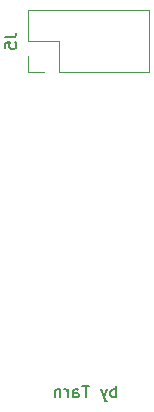
<source format=gbr>
%TF.GenerationSoftware,KiCad,Pcbnew,6.0.11+dfsg-1~bpo11+1*%
%TF.CreationDate,2024-04-18T22:27:08+09:00*%
%TF.ProjectId,pcb-interface,7063622d-696e-4746-9572-666163652e6b,rev?*%
%TF.SameCoordinates,Original*%
%TF.FileFunction,Legend,Bot*%
%TF.FilePolarity,Positive*%
%FSLAX46Y46*%
G04 Gerber Fmt 4.6, Leading zero omitted, Abs format (unit mm)*
G04 Created by KiCad (PCBNEW 6.0.11+dfsg-1~bpo11+1) date 2024-04-18 22:27:08*
%MOMM*%
%LPD*%
G01*
G04 APERTURE LIST*
%ADD10C,0.150000*%
%ADD11C,0.120000*%
G04 APERTURE END LIST*
D10*
X77501428Y-121483380D02*
X77501428Y-120483380D01*
X77501428Y-120864333D02*
X77406190Y-120816714D01*
X77215714Y-120816714D01*
X77120476Y-120864333D01*
X77072857Y-120911952D01*
X77025238Y-121007190D01*
X77025238Y-121292904D01*
X77072857Y-121388142D01*
X77120476Y-121435761D01*
X77215714Y-121483380D01*
X77406190Y-121483380D01*
X77501428Y-121435761D01*
X76691904Y-120816714D02*
X76453809Y-121483380D01*
X76215714Y-120816714D02*
X76453809Y-121483380D01*
X76549047Y-121721476D01*
X76596666Y-121769095D01*
X76691904Y-121816714D01*
X75215714Y-120483380D02*
X74644285Y-120483380D01*
X74930000Y-121483380D02*
X74930000Y-120483380D01*
X73882380Y-121483380D02*
X73882380Y-120959571D01*
X73930000Y-120864333D01*
X74025238Y-120816714D01*
X74215714Y-120816714D01*
X74310952Y-120864333D01*
X73882380Y-121435761D02*
X73977619Y-121483380D01*
X74215714Y-121483380D01*
X74310952Y-121435761D01*
X74358571Y-121340523D01*
X74358571Y-121245285D01*
X74310952Y-121150047D01*
X74215714Y-121102428D01*
X73977619Y-121102428D01*
X73882380Y-121054809D01*
X73406190Y-121483380D02*
X73406190Y-120816714D01*
X73406190Y-121007190D02*
X73358571Y-120911952D01*
X73310952Y-120864333D01*
X73215714Y-120816714D01*
X73120476Y-120816714D01*
X72787142Y-120816714D02*
X72787142Y-121483380D01*
X72787142Y-120911952D02*
X72739523Y-120864333D01*
X72644285Y-120816714D01*
X72501428Y-120816714D01*
X72406190Y-120864333D01*
X72358571Y-120959571D01*
X72358571Y-121483380D01*
%TO.C,J5*%
X68056380Y-90979666D02*
X68770666Y-90979666D01*
X68913523Y-90932047D01*
X69008761Y-90836809D01*
X69056380Y-90693952D01*
X69056380Y-90598714D01*
X68056380Y-91932047D02*
X68056380Y-91455857D01*
X68532571Y-91408238D01*
X68484952Y-91455857D01*
X68437333Y-91551095D01*
X68437333Y-91789190D01*
X68484952Y-91884428D01*
X68532571Y-91932047D01*
X68627809Y-91979666D01*
X68865904Y-91979666D01*
X68961142Y-91932047D01*
X69008761Y-91884428D01*
X69056380Y-91789190D01*
X69056380Y-91551095D01*
X69008761Y-91455857D01*
X68961142Y-91408238D01*
D11*
X70044000Y-91313000D02*
X72644000Y-91313000D01*
X70044000Y-88713000D02*
X70044000Y-91313000D01*
X72644000Y-93913000D02*
X80324000Y-93913000D01*
X70044000Y-93913000D02*
X71374000Y-93913000D01*
X70044000Y-92583000D02*
X70044000Y-93913000D01*
X72644000Y-91313000D02*
X72644000Y-93913000D01*
X80324000Y-88713000D02*
X80324000Y-93913000D01*
X70044000Y-88713000D02*
X80324000Y-88713000D01*
%TD*%
M02*

</source>
